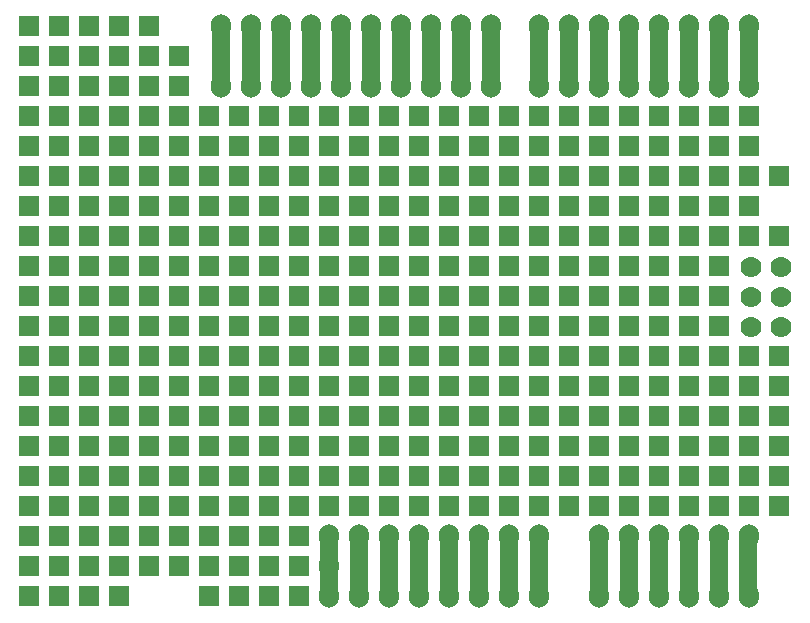
<source format=gbr>
%FSTAX23Y23*%
%MOIN*%
%SFA1B1*%

%IPPOS*%
%ADD10C,0.059060*%
%ADD11O,0.066930X0.078740*%
%ADD12O,0.066930X0.078740*%
%ADD13R,0.066930X0.066930*%
%ADD14C,0.070000*%
%LN451PCB-COM_Arduino_ProtoShield_Board_v1_copper_signal_top*%
%LPD*%
G54D10*
X025Y018D02*
Y02D01*
X0074Y018D02*
Y02D01*
X0084Y018D02*
Y02D01*
X0094Y018D02*
Y02D01*
X0104Y018D02*
Y02D01*
X0124Y018D02*
Y02D01*
X0134Y018D02*
Y02D01*
X0144Y018D02*
Y02D01*
X0154Y018D02*
Y02D01*
X018Y018D02*
Y02D01*
X019Y018D02*
Y02D01*
X02Y018D02*
Y02D01*
X021Y018D02*
Y02D01*
X022Y018D02*
Y02D01*
X023Y018D02*
Y02D01*
X024Y018D02*
Y02D01*
X011Y001D02*
Y003D01*
X024Y001D02*
Y003D01*
X023Y001D02*
Y003D01*
X022Y001D02*
Y003D01*
X021Y001D02*
Y003D01*
X02Y001D02*
Y003D01*
X018Y001D02*
Y003D01*
X017Y001D02*
Y003D01*
X016Y001D02*
Y003D01*
X015Y001D02*
Y003D01*
X014Y001D02*
Y003D01*
X013Y001D02*
Y003D01*
X012Y001D02*
Y003D01*
G54D11*
X011Y002D03*
G54D12*
X0164Y018D03*
X0154D03*
X0144D03*
X0134D03*
X0124D03*
X0114D03*
X0104D03*
X0094D03*
X0084D03*
X0074D03*
X0164Y02D03*
X0154D03*
X0144D03*
X0134D03*
X0124D03*
X0114D03*
X0104D03*
X0094D03*
X0084D03*
X0074D03*
X023Y018D03*
X024D03*
X018D03*
X025D03*
X021D03*
X02D03*
X019D03*
X022D03*
X023Y02D03*
X024D03*
X018D03*
X025D03*
X021D03*
X02D03*
X019D03*
X022D03*
X015Y003D03*
X012D03*
X013D03*
X014D03*
X018D03*
X011D03*
X017D03*
X016D03*
X015Y001D03*
X012D03*
X013D03*
X014D03*
X018D03*
X011D03*
X017D03*
X016D03*
X024Y003D03*
X023D03*
X022D03*
X021D03*
X02D03*
X025Y001D03*
X024D03*
X023D03*
X022D03*
X021D03*
X02D03*
G54D13*
X001Y001D03*
X002D03*
X003D03*
X004D03*
X007D03*
X008D03*
X009D03*
X01D03*
X001Y02D03*
X002D03*
X003D03*
X004D03*
X005D03*
X001Y019D03*
X002D03*
X003D03*
X004D03*
X005D03*
X006D03*
X001Y018D03*
X002D03*
X003D03*
X004D03*
X005D03*
X006D03*
X001Y002D03*
X002D03*
X003D03*
X004D03*
X005D03*
X006D03*
X007D03*
X008D03*
X009D03*
X01D03*
X001Y003D03*
X002D03*
X003D03*
X004D03*
X005D03*
X006D03*
X007D03*
X008D03*
X009D03*
X01D03*
X006Y017D03*
X007D03*
X008D03*
X009D03*
X01D03*
X011D03*
X012D03*
X013D03*
X014D03*
X015D03*
X016D03*
X017D03*
X018D03*
X019D03*
X02D03*
X021D03*
X022D03*
X023D03*
X024D03*
X025D03*
X001D03*
X002D03*
X003D03*
X004D03*
X005D03*
X001Y016D03*
X002D03*
X003D03*
X004D03*
X005D03*
X016D03*
X017D03*
X018D03*
X019D03*
X02D03*
X021D03*
X022D03*
X023D03*
X024D03*
X025D03*
X006D03*
X007D03*
X008D03*
X009D03*
X01D03*
X011D03*
X012D03*
X013D03*
X014D03*
X015D03*
X001Y015D03*
X002D03*
X003D03*
X004D03*
X005D03*
X006D03*
X017D03*
X018D03*
X019D03*
X02D03*
X021D03*
X022D03*
X023D03*
X024D03*
X025D03*
X026D03*
X007D03*
X008D03*
X009D03*
X01D03*
X011D03*
X012D03*
X013D03*
X014D03*
X015D03*
X016D03*
X001Y014D03*
X002D03*
X003D03*
X004D03*
X005D03*
X016D03*
X017D03*
X018D03*
X019D03*
X02D03*
X021D03*
X022D03*
X023D03*
X024D03*
X025D03*
X006D03*
X007D03*
X008D03*
X009D03*
X01D03*
X011D03*
X012D03*
X013D03*
X014D03*
X015D03*
X001Y013D03*
X002D03*
X003D03*
X004D03*
X005D03*
X006D03*
X017D03*
X018D03*
X019D03*
X02D03*
X021D03*
X022D03*
X023D03*
X024D03*
X025D03*
X026D03*
X007D03*
X008D03*
X009D03*
X01D03*
X011D03*
X012D03*
X013D03*
X014D03*
X015D03*
X016D03*
X001Y012D03*
X002D03*
X003D03*
X004D03*
X015D03*
X016D03*
X017D03*
X018D03*
X019D03*
X02D03*
X021D03*
X022D03*
X023D03*
X024D03*
X005D03*
X006D03*
X007D03*
X008D03*
X009D03*
X01D03*
X011D03*
X012D03*
X013D03*
X014D03*
X001Y011D03*
X002D03*
X003D03*
X004D03*
X015D03*
X016D03*
X017D03*
X018D03*
X019D03*
X02D03*
X021D03*
X022D03*
X023D03*
X024D03*
X005D03*
X006D03*
X007D03*
X008D03*
X009D03*
X01D03*
X011D03*
X012D03*
X013D03*
X014D03*
X001Y01D03*
X002D03*
X003D03*
X004D03*
X015D03*
X016D03*
X017D03*
X018D03*
X019D03*
X02D03*
X021D03*
X022D03*
X023D03*
X024D03*
X005D03*
X006D03*
X007D03*
X008D03*
X009D03*
X01D03*
X011D03*
X012D03*
X013D03*
X014D03*
X001Y009D03*
X002D03*
X003D03*
X004D03*
X005D03*
X006D03*
X017D03*
X018D03*
X019D03*
X02D03*
X021D03*
X022D03*
X023D03*
X024D03*
X025D03*
X026D03*
X007D03*
X008D03*
X009D03*
X01D03*
X011D03*
X012D03*
X013D03*
X014D03*
X015D03*
X016D03*
X001Y008D03*
X002D03*
X003D03*
X004D03*
X005D03*
X006D03*
X017D03*
X018D03*
X019D03*
X02D03*
X021D03*
X022D03*
X023D03*
X024D03*
X025D03*
X026D03*
X007D03*
X008D03*
X009D03*
X01D03*
X011D03*
X012D03*
X013D03*
X014D03*
X015D03*
X016D03*
X001Y007D03*
X002D03*
X003D03*
X004D03*
X005D03*
X006D03*
X017D03*
X018D03*
X019D03*
X02D03*
X021D03*
X022D03*
X023D03*
X024D03*
X025D03*
X026D03*
X007D03*
X008D03*
X009D03*
X01D03*
X011D03*
X012D03*
X013D03*
X014D03*
X015D03*
X016D03*
X001Y006D03*
X002D03*
X003D03*
X004D03*
X005D03*
X006D03*
X017D03*
X018D03*
X019D03*
X02D03*
X021D03*
X022D03*
X023D03*
X024D03*
X025D03*
X026D03*
X007D03*
X008D03*
X009D03*
X01D03*
X011D03*
X012D03*
X013D03*
X014D03*
X015D03*
X016D03*
X001Y005D03*
X002D03*
X003D03*
X004D03*
X005D03*
X006D03*
X017D03*
X018D03*
X019D03*
X02D03*
X021D03*
X022D03*
X023D03*
X024D03*
X025D03*
X026D03*
X007D03*
X008D03*
X009D03*
X01D03*
X011D03*
X012D03*
X013D03*
X014D03*
X015D03*
X016D03*
X007Y004D03*
X008D03*
X009D03*
X01D03*
X011D03*
X012D03*
X013D03*
X014D03*
X015D03*
X016D03*
X017D03*
X018D03*
X019D03*
X02D03*
X021D03*
X022D03*
X023D03*
X024D03*
X025D03*
X026D03*
X001D03*
X002D03*
X003D03*
X004D03*
X005D03*
X006D03*
G54D14*
X02605Y00998D03*
X02505D03*
X02605Y01098D03*
X02505D03*
X02605Y01198D03*
X02505D03*
G54D10*
X0114Y018D02*
Y02D01*
X01638Y018D02*
Y02D01*
G54D12*
X025Y003D03*
G54D10*
X02496Y00101D02*
Y00301D01*
M02*
</source>
